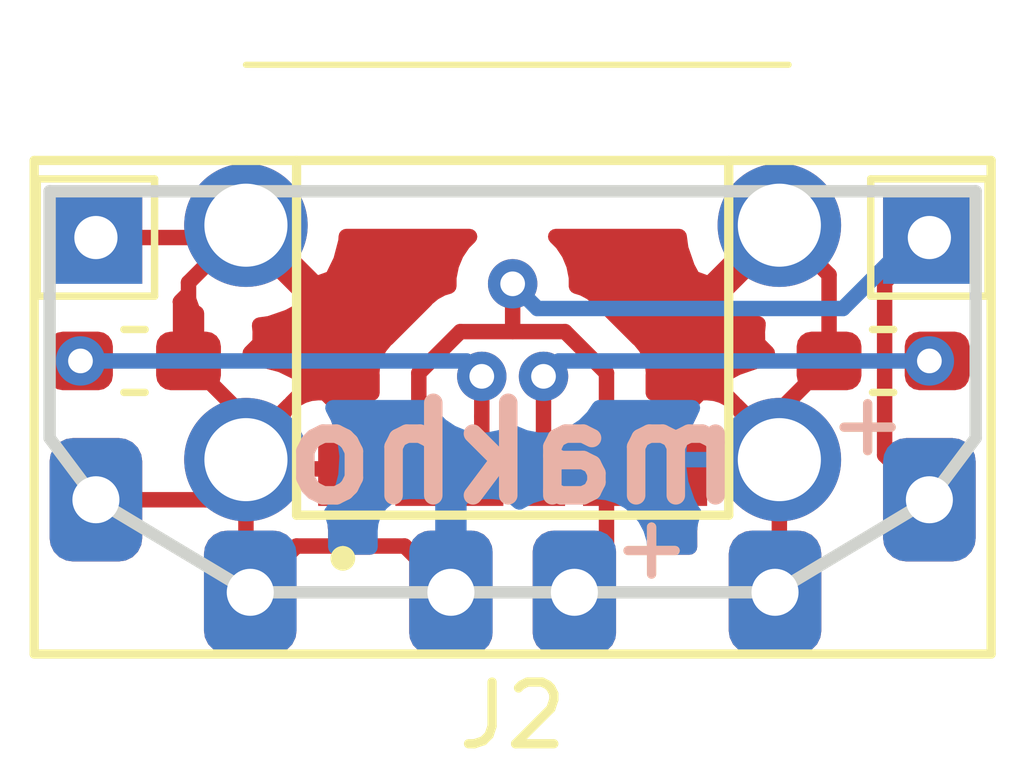
<source format=kicad_pcb>
(kicad_pcb (version 20171130) (host pcbnew "(5.1.6)-1")

  (general
    (thickness 1.6)
    (drawings 9)
    (tracks 60)
    (zones 0)
    (modules 6)
    (nets 5)
  )

  (page A4)
  (layers
    (0 F.Cu signal)
    (31 B.Cu signal)
    (32 B.Adhes user)
    (33 F.Adhes user)
    (34 B.Paste user)
    (35 F.Paste user)
    (36 B.SilkS user)
    (37 F.SilkS user)
    (38 B.Mask user)
    (39 F.Mask user)
    (40 Dwgs.User user)
    (41 Cmts.User user)
    (42 Eco1.User user)
    (43 Eco2.User user)
    (44 Edge.Cuts user)
    (45 Margin user)
    (46 B.CrtYd user)
    (47 F.CrtYd user)
    (48 B.Fab user)
    (49 F.Fab user)
  )

  (setup
    (last_trace_width 0.25)
    (trace_clearance 0.2)
    (zone_clearance 0.508)
    (zone_45_only no)
    (trace_min 0.2)
    (via_size 0.8)
    (via_drill 0.4)
    (via_min_size 0.4)
    (via_min_drill 0.3)
    (uvia_size 0.3)
    (uvia_drill 0.1)
    (uvias_allowed no)
    (uvia_min_size 0.2)
    (uvia_min_drill 0.1)
    (edge_width 0.15)
    (segment_width 0.2)
    (pcb_text_width 0.3)
    (pcb_text_size 1.5 1.5)
    (mod_edge_width 0.15)
    (mod_text_size 1 1)
    (mod_text_width 0.15)
    (pad_size 1.5 1.5)
    (pad_drill 0.7)
    (pad_to_mask_clearance 0.0381)
    (solder_mask_min_width 0.254)
    (aux_axis_origin 0 0)
    (visible_elements 7FFFFFFF)
    (pcbplotparams
      (layerselection 0x010f0_ffffffff)
      (usegerberextensions true)
      (usegerberattributes false)
      (usegerberadvancedattributes false)
      (creategerberjobfile false)
      (excludeedgelayer true)
      (linewidth 0.100000)
      (plotframeref false)
      (viasonmask false)
      (mode 1)
      (useauxorigin false)
      (hpglpennumber 1)
      (hpglpenspeed 20)
      (hpglpendiameter 15.000000)
      (psnegative false)
      (psa4output false)
      (plotreference true)
      (plotvalue true)
      (plotinvisibletext false)
      (padsonsilk false)
      (subtractmaskfromsilk false)
      (outputformat 1)
      (mirror false)
      (drillshape 0)
      (scaleselection 1)
      (outputdirectory "gerbers/"))
  )

  (net 0 "")
  (net 1 GND)
  (net 2 VCC)
  (net 3 CC2)
  (net 4 CC1)

  (net_class Default "This is the default net class."
    (clearance 0.2)
    (trace_width 0.25)
    (via_dia 0.8)
    (via_drill 0.4)
    (uvia_dia 0.3)
    (uvia_drill 0.1)
    (add_net CC1)
    (add_net CC2)
    (add_net GND)
    (add_net VCC)
  )

  (module misc_footprints:3DS_POWER (layer F.Cu) (tedit 5D50F14A) (tstamp 5D748252)
    (at 113.25 70.25)
    (path /5D50C1CF)
    (fp_text reference J2 (at 0 5) (layer F.SilkS)
      (effects (font (size 1 1) (thickness 0.15)))
    )
    (fp_text value 3DS_POWER (at 0 -4.75) (layer F.Fab)
      (effects (font (size 1 1) (thickness 0.15)))
    )
    (fp_line (start -7.75 -4) (end -7.75 4) (layer F.SilkS) (width 0.15))
    (fp_line (start -7.75 -4) (end 7.75 -4) (layer F.SilkS) (width 0.15))
    (fp_line (start 7.75 -4) (end 7.75 4) (layer F.SilkS) (width 0.15))
    (fp_line (start -7.75 4) (end 7.75 4) (layer F.SilkS) (width 0.15))
    (fp_line (start -3.5 1.75) (end -3.5 -4) (layer F.SilkS) (width 0.15))
    (fp_line (start 3.5 1.75) (end 3.5 -4) (layer F.SilkS) (width 0.15))
    (fp_line (start -3.5 1.75) (end 3.5 1.75) (layer F.SilkS) (width 0.15))
    (fp_text user + (at 5.75 0.25) (layer B.SilkS)
      (effects (font (size 1 1) (thickness 0.15)) (justify mirror))
    )
    (fp_text user + (at 2.25 2.25) (layer B.SilkS)
      (effects (font (size 1 1) (thickness 0.15)) (justify mirror))
    )
    (fp_text user + (at 5.75 0.25) (layer F.SilkS)
      (effects (font (size 1 1) (thickness 0.15)))
    )
    (fp_text user + (at 2.25 2.25) (layer F.SilkS)
      (effects (font (size 1 1) (thickness 0.15)))
    )
    (pad 1 thru_hole roundrect (at 6.75 1.5) (size 1.5 2) (drill 0.762) (layers *.Cu *.Mask) (roundrect_rratio 0.25)
      (net 2 VCC))
    (pad 2 thru_hole roundrect (at 4.25 3) (size 1.5 2) (drill 0.762) (layers *.Cu *.Mask) (roundrect_rratio 0.25)
      (net 1 GND))
    (pad 2 thru_hole roundrect (at -4.25 3) (size 1.5 2) (drill 0.762) (layers *.Cu *.Mask) (roundrect_rratio 0.25)
      (net 1 GND))
    (pad 1 thru_hole roundrect (at 1 3) (size 1.35 2) (drill 0.762) (layers *.Cu *.Mask) (roundrect_rratio 0.25)
      (net 2 VCC))
    (pad 2 thru_hole roundrect (at -1 3) (size 1.35 2) (drill 0.762) (layers *.Cu *.Mask) (roundrect_rratio 0.25)
      (net 1 GND))
    (pad 2 thru_hole roundrect (at -6.75 1.5) (size 1.5 2) (drill 0.762) (layers *.Cu *.Mask) (roundrect_rratio 0.25)
      (net 1 GND))
  )

  (module TestPoint:TestPoint_THTPad_1.5x1.5mm_Drill0.7mm (layer F.Cu) (tedit 5D50E49E) (tstamp 5D756565)
    (at 106.5 67.5)
    (descr "THT rectangular pad as test Point, square 1.5mm side length, hole diameter 0.7mm")
    (tags "test point THT pad rectangle square")
    (attr virtual)
    (fp_text reference VCC (at 0 -1.648) (layer F.SilkS) hide
      (effects (font (size 1 1) (thickness 0.15)))
    )
    (fp_text value VCC (at 0 1.75) (layer F.Fab) hide
      (effects (font (size 1 1) (thickness 0.15)))
    )
    (fp_line (start 1.25 1.25) (end -1.25 1.25) (layer F.CrtYd) (width 0.05))
    (fp_line (start 1.25 1.25) (end 1.25 -1.25) (layer F.CrtYd) (width 0.05))
    (fp_line (start -1.25 -1.25) (end -1.25 1.25) (layer F.CrtYd) (width 0.05))
    (fp_line (start -1.25 -1.25) (end 1.25 -1.25) (layer F.CrtYd) (width 0.05))
    (fp_line (start -0.95 0.95) (end -0.95 -0.95) (layer F.SilkS) (width 0.12))
    (fp_line (start 0.95 0.95) (end -0.95 0.95) (layer F.SilkS) (width 0.12))
    (fp_line (start 0.95 -0.95) (end 0.95 0.95) (layer F.SilkS) (width 0.12))
    (fp_line (start -0.95 -0.95) (end 0.95 -0.95) (layer F.SilkS) (width 0.12))
    (fp_text user %R (at 0 -1.65) (layer F.Fab)
      (effects (font (size 1 1) (thickness 0.15)))
    )
    (pad 1 thru_hole rect (at 0 0) (size 1.5 1.5) (drill 0.7) (layers *.Cu *.Mask)
      (net 1 GND))
  )

  (module misc_footprints:TYPEC31M17 (layer F.Cu) (tedit 5D562C7D) (tstamp 5D74823D)
    (at 113.25 68.75 180)
    (descr TYPE-C-31-M-17-1)
    (tags Connector)
    (path /5D50D522)
    (fp_text reference J1 (at 0 0 180) (layer F.SilkS) hide
      (effects (font (size 1.27 1.27) (thickness 0.254)))
    )
    (fp_text value TYPE-C-31-M-17 (at 0 0 180) (layer F.SilkS) hide
      (effects (font (size 1.27 1.27) (thickness 0.254)))
    )
    (fp_line (start -4.47 -2.75) (end 4.47 -2.75) (layer F.Fab) (width 0.2))
    (fp_line (start 4.47 -2.75) (end 4.47 4.05) (layer F.Fab) (width 0.2))
    (fp_line (start 4.47 4.05) (end -4.47 4.05) (layer F.Fab) (width 0.2))
    (fp_line (start -4.47 4.05) (end -4.47 -2.75) (layer F.Fab) (width 0.2))
    (fp_line (start -6.37 -5.05) (end 6.37 -5.05) (layer F.CrtYd) (width 0.1))
    (fp_line (start 6.37 -5.05) (end 6.37 5.05) (layer F.CrtYd) (width 0.1))
    (fp_line (start 6.37 5.05) (end -6.37 5.05) (layer F.CrtYd) (width 0.1))
    (fp_line (start -6.37 5.05) (end -6.37 -5.05) (layer F.CrtYd) (width 0.1))
    (fp_line (start -4.47 4.05) (end 4.32 4.05) (layer F.SilkS) (width 0.1))
    (fp_line (start 2.75 -3.85) (end 2.75 -3.85) (layer F.SilkS) (width 0.2))
    (fp_line (start 2.75 -4.05) (end 2.75 -4.05) (layer F.SilkS) (width 0.2))
    (fp_arc (start 2.75 -3.95) (end 2.75 -4.05) (angle -180) (layer F.SilkS) (width 0.2))
    (fp_arc (start 2.75 -3.95) (end 2.75 -3.85) (angle -180) (layer F.SilkS) (width 0.2))
    (fp_text user %R (at 0 0 180) (layer F.Fab)
      (effects (font (size 1.27 1.27) (thickness 0.254)))
    )
    (pad MH4 thru_hole circle (at -4.32 -2.35 180) (size 2 2) (drill 1.346) (layers *.Cu *.Mask)
      (net 1 GND))
    (pad MH3 thru_hole circle (at 4.32 -2.35 180) (size 2 2) (drill 1.346) (layers *.Cu *.Mask)
      (net 1 GND))
    (pad MH2 thru_hole circle (at 4.32 1.45 180) (size 2 2) (drill 1.346) (layers *.Cu *.Mask)
      (net 1 GND))
    (pad MH1 thru_hole circle (at -4.32 1.45 180) (size 2 2) (drill 1.346) (layers *.Cu *.Mask)
      (net 1 GND))
    (pad B12 smd rect (at -2.75 -2.5 180) (size 0.8 1.2) (layers F.Cu F.Paste F.Mask)
      (net 1 GND))
    (pad B9 smd rect (at -1.52 -2.5 180) (size 0.76 1.2) (layers F.Cu F.Paste F.Mask)
      (net 2 VCC))
    (pad B5 smd rect (at 0.5 -2.5 180) (size 0.7 1.2) (layers F.Cu F.Paste F.Mask)
      (net 3 CC2))
    (pad A12 smd rect (at 2.75 -2.5 180) (size 0.8 1.2) (layers F.Cu F.Paste F.Mask)
      (net 1 GND))
    (pad A9 smd rect (at 1.52 -2.5 180) (size 0.76 1.2) (layers F.Cu F.Paste F.Mask)
      (net 2 VCC))
    (pad A5 smd rect (at -0.5 -2.5 180) (size 0.7 1.2) (layers F.Cu F.Paste F.Mask)
      (net 4 CC1))
    (model TYPE-C-31-M-17.stp
      (at (xyz 0 0 0))
      (scale (xyz 1 1 1))
      (rotate (xyz 0 0 0))
    )
  )

  (module Resistor_SMD:R_0603_1608Metric_Pad1.05x0.95mm_HandSolder (layer F.Cu) (tedit 5D562C72) (tstamp 5D748263)
    (at 119.25 69.5 180)
    (descr "Resistor SMD 0603 (1608 Metric), square (rectangular) end terminal, IPC_7351 nominal with elongated pad for handsoldering. (Body size source: http://www.tortai-tech.com/upload/download/2011102023233369053.pdf), generated with kicad-footprint-generator")
    (tags "resistor handsolder")
    (path /5D50C5DD)
    (attr smd)
    (fp_text reference R1 (at 0 -1.43 180) (layer F.SilkS) hide
      (effects (font (size 1 1) (thickness 0.15)))
    )
    (fp_text value 5.1K (at 0 1.43 180) (layer F.Fab)
      (effects (font (size 1 1) (thickness 0.15)))
    )
    (fp_line (start -0.8 0.4) (end -0.8 -0.4) (layer F.Fab) (width 0.1))
    (fp_line (start -0.8 -0.4) (end 0.8 -0.4) (layer F.Fab) (width 0.1))
    (fp_line (start 0.8 -0.4) (end 0.8 0.4) (layer F.Fab) (width 0.1))
    (fp_line (start 0.8 0.4) (end -0.8 0.4) (layer F.Fab) (width 0.1))
    (fp_line (start -0.171267 -0.51) (end 0.171267 -0.51) (layer F.SilkS) (width 0.12))
    (fp_line (start -0.171267 0.51) (end 0.171267 0.51) (layer F.SilkS) (width 0.12))
    (fp_line (start -1.65 0.73) (end -1.65 -0.73) (layer F.CrtYd) (width 0.05))
    (fp_line (start -1.65 -0.73) (end 1.65 -0.73) (layer F.CrtYd) (width 0.05))
    (fp_line (start 1.65 -0.73) (end 1.65 0.73) (layer F.CrtYd) (width 0.05))
    (fp_line (start 1.65 0.73) (end -1.65 0.73) (layer F.CrtYd) (width 0.05))
    (fp_text user %R (at 0 0 180) (layer F.Fab)
      (effects (font (size 0.4 0.4) (thickness 0.06)))
    )
    (pad 2 smd roundrect (at 0.875 0 180) (size 1.05 0.95) (layers F.Cu F.Paste F.Mask) (roundrect_rratio 0.25)
      (net 1 GND))
    (pad 1 smd roundrect (at -0.875 0 180) (size 1.05 0.95) (layers F.Cu F.Paste F.Mask) (roundrect_rratio 0.25)
      (net 4 CC1))
    (model ${KISYS3DMOD}/Resistor_SMD.3dshapes/R_0603_1608Metric.wrl
      (at (xyz 0 0 0))
      (scale (xyz 1 1 1))
      (rotate (xyz 0 0 0))
    )
  )

  (module Resistor_SMD:R_0603_1608Metric_Pad1.05x0.95mm_HandSolder (layer F.Cu) (tedit 5D562C78) (tstamp 5D748274)
    (at 107.125 69.5)
    (descr "Resistor SMD 0603 (1608 Metric), square (rectangular) end terminal, IPC_7351 nominal with elongated pad for handsoldering. (Body size source: http://www.tortai-tech.com/upload/download/2011102023233369053.pdf), generated with kicad-footprint-generator")
    (tags "resistor handsolder")
    (path /5D50C54D)
    (attr smd)
    (fp_text reference R2 (at 0 -1.43) (layer F.SilkS) hide
      (effects (font (size 1 1) (thickness 0.15)))
    )
    (fp_text value 5.1K (at 0 1.43) (layer F.Fab)
      (effects (font (size 1 1) (thickness 0.15)))
    )
    (fp_line (start 1.65 0.73) (end -1.65 0.73) (layer F.CrtYd) (width 0.05))
    (fp_line (start 1.65 -0.73) (end 1.65 0.73) (layer F.CrtYd) (width 0.05))
    (fp_line (start -1.65 -0.73) (end 1.65 -0.73) (layer F.CrtYd) (width 0.05))
    (fp_line (start -1.65 0.73) (end -1.65 -0.73) (layer F.CrtYd) (width 0.05))
    (fp_line (start -0.171267 0.51) (end 0.171267 0.51) (layer F.SilkS) (width 0.12))
    (fp_line (start -0.171267 -0.51) (end 0.171267 -0.51) (layer F.SilkS) (width 0.12))
    (fp_line (start 0.8 0.4) (end -0.8 0.4) (layer F.Fab) (width 0.1))
    (fp_line (start 0.8 -0.4) (end 0.8 0.4) (layer F.Fab) (width 0.1))
    (fp_line (start -0.8 -0.4) (end 0.8 -0.4) (layer F.Fab) (width 0.1))
    (fp_line (start -0.8 0.4) (end -0.8 -0.4) (layer F.Fab) (width 0.1))
    (fp_text user %R (at 0 0) (layer F.Fab)
      (effects (font (size 0.4 0.4) (thickness 0.06)))
    )
    (pad 1 smd roundrect (at -0.875 0) (size 1.05 0.95) (layers F.Cu F.Paste F.Mask) (roundrect_rratio 0.25)
      (net 3 CC2))
    (pad 2 smd roundrect (at 0.875 0) (size 1.05 0.95) (layers F.Cu F.Paste F.Mask) (roundrect_rratio 0.25)
      (net 1 GND))
    (model ${KISYS3DMOD}/Resistor_SMD.3dshapes/R_0603_1608Metric.wrl
      (at (xyz 0 0 0))
      (scale (xyz 1 1 1))
      (rotate (xyz 0 0 0))
    )
  )

  (module TestPoint:TestPoint_THTPad_1.5x1.5mm_Drill0.7mm (layer F.Cu) (tedit 5D50E4A6) (tstamp 5D75646E)
    (at 120 67.5)
    (descr "THT rectangular pad as test Point, square 1.5mm side length, hole diameter 0.7mm")
    (tags "test point THT pad rectangle square")
    (attr virtual)
    (fp_text reference VCC (at 0 -1.648) (layer F.SilkS) hide
      (effects (font (size 1 1) (thickness 0.15)))
    )
    (fp_text value VCC (at 0 1.75) (layer F.Fab) hide
      (effects (font (size 1 1) (thickness 0.15)))
    )
    (fp_line (start -0.95 -0.95) (end 0.95 -0.95) (layer F.SilkS) (width 0.12))
    (fp_line (start 0.95 -0.95) (end 0.95 0.95) (layer F.SilkS) (width 0.12))
    (fp_line (start 0.95 0.95) (end -0.95 0.95) (layer F.SilkS) (width 0.12))
    (fp_line (start -0.95 0.95) (end -0.95 -0.95) (layer F.SilkS) (width 0.12))
    (fp_line (start -1.25 -1.25) (end 1.25 -1.25) (layer F.CrtYd) (width 0.05))
    (fp_line (start -1.25 -1.25) (end -1.25 1.25) (layer F.CrtYd) (width 0.05))
    (fp_line (start 1.25 1.25) (end 1.25 -1.25) (layer F.CrtYd) (width 0.05))
    (fp_line (start 1.25 1.25) (end -1.25 1.25) (layer F.CrtYd) (width 0.05))
    (fp_text user %R (at 0 -1.65) (layer F.Fab)
      (effects (font (size 1 1) (thickness 0.15)))
    )
    (pad 1 thru_hole rect (at 0 0) (size 1.5 1.5) (drill 0.7) (layers *.Cu *.Mask)
      (net 2 VCC))
  )

  (gr_text makho (at 113.25 71) (layer B.SilkS)
    (effects (font (size 1.5 1.5) (thickness 0.3)) (justify mirror))
  )
  (gr_line (start 105.75 70.75) (end 105.75 66.75) (layer Edge.Cuts) (width 0.2))
  (gr_line (start 106.5 71.75) (end 105.75 70.75) (layer Edge.Cuts) (width 0.2))
  (gr_line (start 109 73.25) (end 106.5 71.75) (layer Edge.Cuts) (width 0.2))
  (gr_line (start 117.5 73.25) (end 109 73.25) (layer Edge.Cuts) (width 0.2))
  (gr_line (start 120 71.75) (end 117.5 73.25) (layer Edge.Cuts) (width 0.2))
  (gr_line (start 120.75 70.75) (end 120 71.75) (layer Edge.Cuts) (width 0.2))
  (gr_line (start 120.75 66.75) (end 120.75 70.75) (layer Edge.Cuts) (width 0.2))
  (gr_line (start 105.75 66.75) (end 120.75 66.75) (layer Edge.Cuts) (width 0.2))

  (segment (start 117.42 71.25) (end 117.57 71.1) (width 0.25) (layer F.Cu) (net 1))
  (segment (start 116 71.25) (end 117.42 71.25) (width 0.25) (layer F.Cu) (net 1))
  (segment (start 109.08 71.25) (end 108.93 71.1) (width 0.25) (layer F.Cu) (net 1))
  (segment (start 110.5 71.25) (end 109.08 71.25) (width 0.25) (layer F.Cu) (net 1))
  (segment (start 108.93 70.43) (end 108 69.5) (width 0.25) (layer F.Cu) (net 1))
  (segment (start 108.93 71.1) (end 108.93 70.43) (width 0.25) (layer F.Cu) (net 1))
  (segment (start 117.57 70.305) (end 118.375 69.5) (width 0.25) (layer F.Cu) (net 1))
  (segment (start 117.57 71.1) (end 117.57 70.305) (width 0.25) (layer F.Cu) (net 1))
  (segment (start 118.375 68.105) (end 117.57 67.3) (width 0.25) (layer F.Cu) (net 1))
  (segment (start 118.375 69.5) (end 118.375 68.105) (width 0.25) (layer F.Cu) (net 1))
  (segment (start 108 68.23) (end 108.93 67.3) (width 0.25) (layer F.Cu) (net 1))
  (segment (start 108 69.5) (end 108 68.23) (width 0.25) (layer F.Cu) (net 1))
  (segment (start 108.73 67.5) (end 108.93 67.3) (width 0.25) (layer F.Cu) (net 1))
  (segment (start 106.5 67.5) (end 108.73 67.5) (width 0.25) (layer F.Cu) (net 1))
  (segment (start 108.28 71.75) (end 108.93 71.1) (width 0.25) (layer F.Cu) (net 1))
  (segment (start 106.5 71.75) (end 108.28 71.75) (width 0.25) (layer F.Cu) (net 1))
  (segment (start 108.93 73.18) (end 109 73.25) (width 0.25) (layer F.Cu) (net 1))
  (segment (start 108.93 71.1) (end 108.93 73.18) (width 0.25) (layer F.Cu) (net 1))
  (segment (start 109 73.25) (end 109.75 72.5) (width 0.25) (layer F.Cu) (net 1))
  (segment (start 109.75 72.5) (end 111.5 72.5) (width 0.25) (layer F.Cu) (net 1))
  (segment (start 111.5 72.5) (end 112.25 73.25) (width 0.25) (layer F.Cu) (net 1))
  (segment (start 117.57 73.18) (end 117.5 73.25) (width 0.25) (layer F.Cu) (net 1))
  (segment (start 117.57 71.1) (end 117.57 73.18) (width 0.25) (layer F.Cu) (net 1))
  (segment (start 112.25 73.25) (end 112.25 71.75) (width 0.25) (layer B.Cu) (net 1))
  (segment (start 112.9 71.1) (end 117.57 71.1) (width 0.25) (layer B.Cu) (net 1))
  (segment (start 112.25 71.75) (end 112.9 71.1) (width 0.25) (layer B.Cu) (net 1))
  (segment (start 114.77 72.73) (end 114.25 73.25) (width 0.25) (layer F.Cu) (net 2))
  (segment (start 114.77 71.25) (end 114.77 72.73) (width 0.25) (layer F.Cu) (net 2))
  (segment (start 111.73 70.4) (end 111.73 71.25) (width 0.25) (layer F.Cu) (net 2))
  (segment (start 111.73 69.696998) (end 111.73 70.4) (width 0.25) (layer F.Cu) (net 2))
  (segment (start 112.401999 69.024999) (end 111.73 69.696998) (width 0.25) (layer F.Cu) (net 2))
  (segment (start 114.77 69.696998) (end 114.098001 69.024999) (width 0.25) (layer F.Cu) (net 2))
  (segment (start 114.77 71.25) (end 114.77 69.696998) (width 0.25) (layer F.Cu) (net 2))
  (segment (start 120.073002 67.573002) (end 120 67.5) (width 0.25) (layer B.Cu) (net 2))
  (segment (start 113.25 69.024999) (end 113.25 68.25) (width 0.25) (layer F.Cu) (net 2))
  (segment (start 113.25 69.024999) (end 112.401999 69.024999) (width 0.25) (layer F.Cu) (net 2))
  (segment (start 114.098001 69.024999) (end 113.25 69.024999) (width 0.25) (layer F.Cu) (net 2))
  (segment (start 113.25 68.25) (end 113.25 68.25) (width 0.25) (layer F.Cu) (net 2) (tstamp 5D7568E7))
  (via (at 113.25 68.25) (size 0.8) (drill 0.4) (layers F.Cu B.Cu) (net 2))
  (segment (start 119.75 67.5) (end 120 67.5) (width 0.25) (layer B.Cu) (net 2))
  (segment (start 118.600001 68.649999) (end 119.75 67.5) (width 0.25) (layer B.Cu) (net 2))
  (segment (start 113.25 68.25) (end 113.649999 68.649999) (width 0.25) (layer B.Cu) (net 2))
  (segment (start 113.649999 68.649999) (end 118.600001 68.649999) (width 0.25) (layer B.Cu) (net 2))
  (segment (start 119.690224 71.440225) (end 119.709942 71.428395) (width 0.25) (layer F.Cu) (net 2))
  (segment (start 119.27499 71.02499) (end 119.690224 71.440225) (width 0.25) (layer F.Cu) (net 2))
  (segment (start 119.27499 68.22501) (end 119.27499 71.02499) (width 0.25) (layer F.Cu) (net 2))
  (segment (start 120 67.5) (end 119.27499 68.22501) (width 0.25) (layer F.Cu) (net 2))
  (via (at 106.25 69.5) (size 0.8) (drill 0.4) (layers F.Cu B.Cu) (net 3))
  (segment (start 112.75 71.25) (end 112.75 70.4) (width 0.25) (layer F.Cu) (net 3))
  (segment (start 112.75 70.4) (end 112.75 69.75) (width 0.25) (layer F.Cu) (net 3))
  (segment (start 112.75 69.75) (end 112.75 69.75) (width 0.25) (layer F.Cu) (net 3) (tstamp 5D75689E))
  (via (at 112.75 69.75) (size 0.8) (drill 0.4) (layers F.Cu B.Cu) (net 3))
  (segment (start 112.5 69.5) (end 112.75 69.75) (width 0.25) (layer B.Cu) (net 3))
  (segment (start 106.25 69.5) (end 112.5 69.5) (width 0.25) (layer B.Cu) (net 3))
  (via (at 120 69.5) (size 0.8) (drill 0.4) (layers F.Cu B.Cu) (net 4))
  (segment (start 113.75 71.25) (end 113.75 69.75) (width 0.25) (layer F.Cu) (net 4))
  (segment (start 113.75 69.75) (end 113.75 69.75) (width 0.25) (layer F.Cu) (net 4) (tstamp 5D75689C))
  (via (at 113.75 69.75) (size 0.8) (drill 0.4) (layers F.Cu B.Cu) (net 4))
  (segment (start 114 69.5) (end 113.75 69.75) (width 0.25) (layer B.Cu) (net 4))
  (segment (start 120 69.5) (end 114 69.5) (width 0.25) (layer B.Cu) (net 4))

  (zone (net 1) (net_name GND) (layer F.Cu) (tstamp 0) (hatch edge 0.508)
    (connect_pads (clearance 0.508))
    (min_thickness 0.254)
    (fill yes (arc_segments 16) (thermal_gap 0.508) (thermal_bridge_width 0.508))
    (polygon
      (pts
        (xy 105.5 66.25) (xy 121 66.25) (xy 121 74.25) (xy 105.5 74.25)
      )
    )
    (filled_polygon
      (pts
        (xy 115.972039 67.681675) (xy 116.077205 67.986088) (xy 116.170186 68.160044) (xy 116.434587 68.255808) (xy 117.205395 67.485)
        (xy 117.564605 67.485) (xy 116.614192 68.435413) (xy 116.709956 68.699814) (xy 116.999571 68.840704) (xy 117.224447 68.899663)
        (xy 117.224188 68.900518) (xy 117.211928 69.025) (xy 117.215 69.21425) (xy 117.373748 69.372998) (xy 117.215 69.372998)
        (xy 117.215 69.498381) (xy 117.188325 69.502039) (xy 116.883912 69.607205) (xy 116.709956 69.700186) (xy 116.614192 69.964587)
        (xy 116.835766 70.186161) (xy 116.754494 70.119463) (xy 116.64418 70.060498) (xy 116.524482 70.024188) (xy 116.4 70.011928)
        (xy 116.28575 70.015) (xy 116.127 70.17375) (xy 116.127 70.32873) (xy 116.029296 70.529571) (xy 115.947616 70.841108)
        (xy 115.928282 71.162595) (xy 115.972039 71.481675) (xy 116.077205 71.786088) (xy 116.127 71.879248) (xy 116.127 72.116248)
        (xy 116.124188 72.125518) (xy 116.111928 72.25) (xy 116.113068 72.515) (xy 115.555932 72.515) (xy 115.552822 72.483426)
        (xy 115.6 72.488072) (xy 115.71425 72.485) (xy 115.873 72.32625) (xy 115.873 71.377) (xy 115.853 71.377)
        (xy 115.853 71.123) (xy 115.873 71.123) (xy 115.873 70.17375) (xy 115.71425 70.015) (xy 115.6 70.011928)
        (xy 115.53 70.018822) (xy 115.53 69.73432) (xy 115.533676 69.696997) (xy 115.53 69.659674) (xy 115.53 69.659665)
        (xy 115.519003 69.548012) (xy 115.475546 69.404751) (xy 115.47197 69.398061) (xy 115.404974 69.272721) (xy 115.333799 69.185995)
        (xy 115.310001 69.156997) (xy 115.281002 69.133198) (xy 114.661804 68.514001) (xy 114.638002 68.484998) (xy 114.522277 68.390025)
        (xy 114.390248 68.319453) (xy 114.285 68.287527) (xy 114.285 68.148061) (xy 114.245226 67.948102) (xy 114.167205 67.759744)
        (xy 114.053937 67.590226) (xy 113.948711 67.485) (xy 115.945068 67.485)
      )
    )
    (filled_polygon
      (pts
        (xy 110.065413 68.255808) (xy 110.329814 68.160044) (xy 110.470704 67.870429) (xy 110.552384 67.558892) (xy 110.556828 67.485)
        (xy 112.551289 67.485) (xy 112.446063 67.590226) (xy 112.332795 67.759744) (xy 112.254774 67.948102) (xy 112.215 68.148061)
        (xy 112.215 68.287527) (xy 112.109752 68.319453) (xy 111.977722 68.390025) (xy 111.922314 68.435498) (xy 111.861998 68.484998)
        (xy 111.838199 68.513997) (xy 111.219002 69.133195) (xy 111.189999 69.156997) (xy 111.146502 69.209999) (xy 111.095026 69.272722)
        (xy 111.066696 69.325724) (xy 111.024454 69.404752) (xy 110.980997 69.548013) (xy 110.97 69.659666) (xy 110.97 69.659676)
        (xy 110.966324 69.696998) (xy 110.97 69.73432) (xy 110.97 70.018822) (xy 110.9 70.011928) (xy 110.78575 70.015)
        (xy 110.627 70.17375) (xy 110.627 71.123) (xy 110.647 71.123) (xy 110.647 71.377) (xy 110.627 71.377)
        (xy 110.627 72.32625) (xy 110.78575 72.485) (xy 110.9 72.488072) (xy 110.937936 72.484336) (xy 110.938068 72.515)
        (xy 110.386932 72.515) (xy 110.388072 72.25) (xy 110.375812 72.125518) (xy 110.373 72.116248) (xy 110.373 71.87127)
        (xy 110.470704 71.670429) (xy 110.552384 71.358892) (xy 110.571718 71.037405) (xy 110.527961 70.718325) (xy 110.422795 70.413912)
        (xy 110.373 70.320752) (xy 110.373 70.17375) (xy 110.21425 70.015) (xy 110.1 70.011928) (xy 109.975518 70.024188)
        (xy 109.85582 70.060498) (xy 109.745506 70.119463) (xy 109.664234 70.186161) (xy 109.885808 69.964587) (xy 109.790044 69.700186)
        (xy 109.500429 69.559296) (xy 109.188892 69.477616) (xy 109.16 69.475878) (xy 109.16 69.372998) (xy 109.001252 69.372998)
        (xy 109.16 69.21425) (xy 109.163072 69.025) (xy 109.152707 68.919761) (xy 109.311675 68.897961) (xy 109.616088 68.792795)
        (xy 109.790044 68.699814) (xy 109.885808 68.435413) (xy 108.935395 67.485) (xy 109.294605 67.485)
      )
    )
    (filled_polygon
      (pts
        (xy 117.57 70.920395) (xy 117.584143 70.906253) (xy 117.763748 71.085858) (xy 117.749605 71.1) (xy 117.763748 71.114143)
        (xy 117.584143 71.293748) (xy 117.57 71.279605) (xy 117.555858 71.293748) (xy 117.376253 71.114143) (xy 117.390395 71.1)
        (xy 117.037126 70.746731) (xy 117.038072 70.65) (xy 117.025812 70.525518) (xy 116.989502 70.40582) (xy 116.930537 70.295506)
        (xy 116.863839 70.214234)
      )
    )
    (filled_polygon
      (pts
        (xy 109.569463 70.295506) (xy 109.510498 70.40582) (xy 109.474188 70.525518) (xy 109.461928 70.65) (xy 109.462874 70.746731)
        (xy 109.109605 71.1) (xy 109.123748 71.114143) (xy 108.944143 71.293748) (xy 108.93 71.279605) (xy 108.915858 71.293748)
        (xy 108.736253 71.114143) (xy 108.750395 71.1) (xy 108.736253 71.085858) (xy 108.915858 70.906253) (xy 108.93 70.920395)
        (xy 109.636161 70.214234)
      )
    )
    (filled_polygon
      (pts
        (xy 118.502 69.373) (xy 118.51499 69.373) (xy 118.514991 69.627) (xy 118.502 69.627) (xy 118.502 69.647)
        (xy 118.320714 69.647) (xy 118.228 69.601897) (xy 118.228 69.373) (xy 118.248 69.373) (xy 118.248 69.353)
        (xy 118.502 69.353)
      )
    )
    (filled_polygon
      (pts
        (xy 108.069956 68.699814) (xy 108.127 68.727564) (xy 108.127 69.373) (xy 108.147 69.373) (xy 108.147 69.627)
        (xy 108.127 69.627) (xy 108.127 69.647) (xy 107.873 69.647) (xy 107.873 69.627) (xy 107.853 69.627)
        (xy 107.853 69.373) (xy 107.873 69.373) (xy 107.873 68.54875) (xy 107.866929 68.542679) (xy 107.974193 68.435415)
      )
    )
    (filled_polygon
      (pts
        (xy 106.647 67.627) (xy 106.627 67.627) (xy 106.627 67.647) (xy 106.485 67.647) (xy 106.485 67.485)
        (xy 106.647 67.485)
      )
    )
  )
  (zone (net 1) (net_name GND) (layer B.Cu) (tstamp 0) (hatch edge 0.508)
    (connect_pads (clearance 0.508))
    (min_thickness 0.254)
    (fill yes (arc_segments 16) (thermal_gap 0.508) (thermal_bridge_width 0.508))
    (polygon
      (pts
        (xy 105.5 66.25) (xy 121 66.25) (xy 121 74.25) (xy 105.5 74.25)
      )
    )
    (filled_polygon
      (pts
        (xy 111.946063 70.409774) (xy 112.090226 70.553937) (xy 112.259744 70.667205) (xy 112.448102 70.745226) (xy 112.648061 70.785)
        (xy 112.851939 70.785) (xy 113.051898 70.745226) (xy 113.240256 70.667205) (xy 113.25 70.660694) (xy 113.259744 70.667205)
        (xy 113.448102 70.745226) (xy 113.648061 70.785) (xy 113.851939 70.785) (xy 114.051898 70.745226) (xy 114.240256 70.667205)
        (xy 114.409774 70.553937) (xy 114.553937 70.409774) (xy 114.654013 70.26) (xy 116.160435 70.26) (xy 116.029296 70.529571)
        (xy 115.947616 70.841108) (xy 115.928282 71.162595) (xy 115.972039 71.481675) (xy 116.077205 71.786088) (xy 116.170186 71.960044)
        (xy 116.182569 71.964529) (xy 116.160498 72.00582) (xy 116.124188 72.125518) (xy 116.111928 72.25) (xy 116.113068 72.515)
        (xy 115.555932 72.515) (xy 115.544327 72.397175) (xy 115.488811 72.214165) (xy 115.398658 72.045501) (xy 115.277334 71.897666)
        (xy 115.129499 71.776342) (xy 114.960835 71.686189) (xy 114.777825 71.630673) (xy 114.5875 71.611928) (xy 113.9125 71.611928)
        (xy 113.722175 71.630673) (xy 113.539165 71.686189) (xy 113.370501 71.776342) (xy 113.359651 71.785246) (xy 113.279494 71.719463)
        (xy 113.16918 71.660498) (xy 113.049482 71.624188) (xy 112.925 71.611928) (xy 112.53575 71.615) (xy 112.377 71.77375)
        (xy 112.377 72.515) (xy 112.123 72.515) (xy 112.123 71.77375) (xy 111.96425 71.615) (xy 111.575 71.611928)
        (xy 111.450518 71.624188) (xy 111.33082 71.660498) (xy 111.220506 71.719463) (xy 111.123815 71.798815) (xy 111.044463 71.895506)
        (xy 110.985498 72.00582) (xy 110.949188 72.125518) (xy 110.936928 72.25) (xy 110.938068 72.515) (xy 110.386932 72.515)
        (xy 110.388072 72.25) (xy 110.375812 72.125518) (xy 110.339502 72.00582) (xy 110.317431 71.964529) (xy 110.329814 71.960044)
        (xy 110.470704 71.670429) (xy 110.552384 71.358892) (xy 110.571718 71.037405) (xy 110.527961 70.718325) (xy 110.422795 70.413912)
        (xy 110.340528 70.26) (xy 111.845987 70.26)
      )
    )
    (filled_polygon
      (pts
        (xy 109.123748 71.085858) (xy 109.109605 71.1) (xy 109.123748 71.114143) (xy 108.944143 71.293748) (xy 108.93 71.279605)
        (xy 108.915858 71.293748) (xy 108.736253 71.114143) (xy 108.750395 71.1) (xy 108.736253 71.085858) (xy 108.915858 70.906253)
        (xy 108.93 70.920395) (xy 108.944143 70.906253)
      )
    )
    (filled_polygon
      (pts
        (xy 117.763748 71.085858) (xy 117.749605 71.1) (xy 117.763748 71.114143) (xy 117.584143 71.293748) (xy 117.57 71.279605)
        (xy 117.555858 71.293748) (xy 117.376253 71.114143) (xy 117.390395 71.1) (xy 117.376253 71.085858) (xy 117.555858 70.906253)
        (xy 117.57 70.920395) (xy 117.584143 70.906253)
      )
    )
    (filled_polygon
      (pts
        (xy 106.647 67.627) (xy 106.627 67.627) (xy 106.627 67.647) (xy 106.485 67.647) (xy 106.485 67.485)
        (xy 106.647 67.485)
      )
    )
  )
)

</source>
